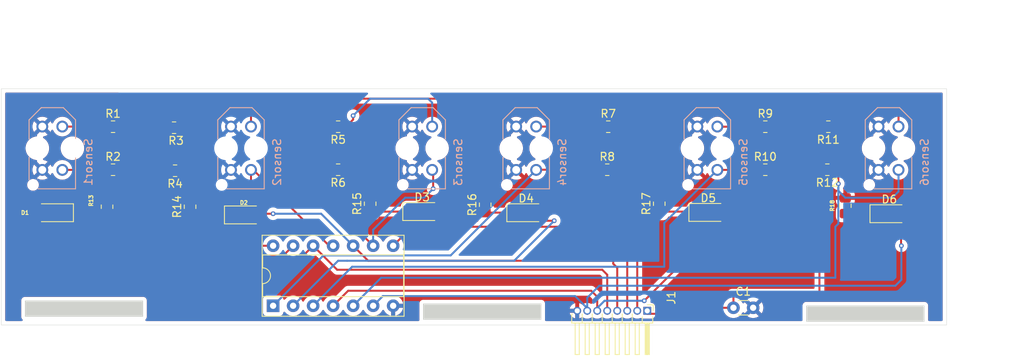
<source format=kicad_pcb>
(kicad_pcb (version 20240108) (generator "pcbnew") (generator_version "8.0")
  (layers (0 "F.Cu" signal) (31 "B.Cu" signal) (34 "B.Paste" user) (35 "F.Paste" user) (36 "B.SilkS" user "B.Silkscreen") (37 "F.SilkS" user "F.Silkscreen") (38 "B.Mask" user) (39 "F.Mask" user) (44 "Edge.Cuts" user))
  (net 0 "")
  (net 1 "vcc")
  (net 2 "GND")
  (net 3 "Net-(D1-K)")
  (net 4 "/Led_Sensor1")
  (net 5 "Net-(D2-K)")
  (net 6 "/Led_Sensor2")
  (net 7 "/Led_Sensor3")
  (net 8 "Net-(D3-K)")
  (net 9 "/Led_Sensor4")
  (net 10 "Net-(D4-K)")
  (net 11 "/Led_Sensor5")
  (net 12 "Net-(D5-K)")
  (net 13 "/Led_Sensor6")
  (net 14 "Net-(D6-K)")
  (net 15 "Net-(R1-Pad1)")
  (net 16 "/Sensor1")
  (net 17 "Net-(R3-Pad1)")
  (net 18 "/Sensor2")
  (net 19 "Net-(R5-Pad1)")
  (net 20 "/Sensor3")
  (net 21 "Net-(R7-Pad1)")
  (net 22 "/Sensor4")
  (net 23 "Net-(R9-Pad1)")
  (net 24 "/Sensor5")
  (net 25 "Net-(R11-Pad1)")
  (net 26 "/Sensor6")
  (footprint "Resistor_SMD:R_0805_2012Metric_Pad1.20x1.40mm_HandSolder" (layer "F.Cu") (at 145.161 38.227)
    (property "Reference" "R8" (at 0 -1.65 360) (layer "F.SilkS"))
    (property "Value" "10k")
    (pad "1" smd roundrect (at -1 0) (size 1.2 1.4) (layers "F.Cu" "F.Paste" "F.Mask") (roundrect_rratio 0.208333) (net 22 "/Sensor4"))
    (pad "2" smd roundrect (at 1 0) (size 1.2 1.4) (layers "F.Cu" "F.Paste" "F.Mask") (roundrect_rratio 0.208333) (net 1 "vcc"))
  )
  (footprint "Connector_PinHeader_1.27mm:PinHeader_1x08_P1.27mm_Horizontal" (layer "F.Cu") (at 150.241 56.134 -90)
    (property "Reference" "J1" (at -1.651 -3.048 90) (layer "F.SilkS"))
    (property "Value" "Conn_01x08_Pin")
    (pad "1" thru_hole rect (at 0 0 270) (size 1 1) (drill 0.65) (layers "*.Cu" "*.Mask") (net 1 "vcc"))
    (pad "2" thru_hole oval (at 0 1.27 270) (size 1 1) (drill 0.65) (layers "*.Cu" "*.Mask") (net 9 "/Led_Sensor4"))
    (pad "3" thru_hole oval (at 0 2.54 270) (size 1 1) (drill 0.65) (layers "*.Cu" "*.Mask") (net 7 "/Led_Sensor3"))
    (pad "4" thru_hole oval (at 0 3.81 270) (size 1 1) (drill 0.65) (layers "*.Cu" "*.Mask") (net 6 "/Led_Sensor2"))
    (pad "5" thru_hole oval (at 0 5.08 270) (size 1 1) (drill 0.65) (layers "*.Cu" "*.Mask") (net 4 "/Led_Sensor1"))
    (pad "6" thru_hole oval (at 0 6.35 270) (size 1 1) (drill 0.65) (layers "*.Cu" "*.Mask") (net 11 "/Led_Sensor5"))
    (pad "7" thru_hole oval (at 0 7.62 270) (size 1 1) (drill 0.65) (layers "*.Cu" "*.Mask") (net 13 "/Led_Sensor6"))
    (pad "8" thru_hole oval (at 0 8.89 270) (size 1 1) (drill 0.65) (layers "*.Cu" "*.Mask") (net 2 "GND"))
  )
  (footprint "Resistor_SMD:R_0805_2012Metric_Pad1.20x1.40mm_HandSolder" (layer "F.Cu") (at 115.062 42.545 90)
    (property "Reference" "R15" (at 0 -1.65 90) (layer "F.SilkS"))
    (property "Value" "1k")
    (pad "1" smd roundrect (at -1 0 90) (size 1.2 1.4) (layers "F.Cu" "F.Paste" "F.Mask") (roundrect_rratio 0.208333) (net 8 "Net-(D3-K)"))
    (pad "2" smd roundrect (at 1 0 90) (size 1.2 1.4) (layers "F.Cu" "F.Paste" "F.Mask") (roundrect_rratio 0.208333) (net 2 "GND"))
  )
  (footprint "Resistor_SMD:R_0805_2012Metric_Pad1.20x1.40mm_HandSolder" (layer "F.Cu") (at 145.288 32.766)
    (property "Reference" "R7" (at 0 -1.65 360) (layer "F.SilkS"))
    (property "Value" "10k")
    (pad "1" smd roundrect (at -1 0) (size 1.2 1.4) (layers "F.Cu" "F.Paste" "F.Mask") (roundrect_rratio 0.208333) (net 21 "Net-(R7-Pad1)"))
    (pad "2" smd roundrect (at 1 0) (size 1.2 1.4) (layers "F.Cu" "F.Paste" "F.Mask") (roundrect_rratio 0.208333) (net 1 "vcc"))
  )
  (footprint "LED_SMD:LED_1206_3216Metric_Pad1.42x1.75mm_HandSolder" (layer "F.Cu") (at 99.0235 43.963165)
    (property "Reference" "D2" (at 0 -1.545165 0) (layer "F.SilkS") (effects (font (size 0.5 0.5) (thickness 0.125))))
    (property "Value" "LED")
    (pad "1" smd roundrect (at -1.4875 0) (size 1.425 1.75) (layers "F.Cu" "F.Paste" "F.Mask") (roundrect_rratio 0.175439) (net 5 "Net-(D2-K)"))
    (pad "2" smd roundrect (at 1.4875 0) (size 1.425 1.75) (layers "F.Cu" "F.Paste" "F.Mask") (roundrect_rratio 0.175439) (net 6 "/Led_Sensor2"))
  )
  (footprint "Resistor_SMD:R_0805_2012Metric_Pad1.20x1.40mm_HandSolder" (layer "F.Cu") (at 175.387 42.799 90)
    (property "Reference" "R18" (at 0 -1.65 90) (layer "F.SilkS") (effects (font (size 0.5 0.5) (thickness 0.125))))
    (property "Value" "1k")
    (pad "1" smd roundrect (at -1 0 90) (size 1.2 1.4) (layers "F.Cu" "F.Paste" "F.Mask") (roundrect_rratio 0.208333) (net 14 "Net-(D6-K)"))
    (pad "2" smd roundrect (at 1 0 90) (size 1.2 1.4) (layers "F.Cu" "F.Paste" "F.Mask") (roundrect_rratio 0.208333) (net 2 "GND"))
  )
  (footprint "Resistor_SMD:R_0805_2012Metric_Pad1.20x1.40mm_HandSolder" (layer "F.Cu") (at 110.998 38.227 180)
    (property "Reference" "R6" (at 0 -1.65 180) (layer "F.SilkS"))
    (property "Value" "10k")
    (pad "1" smd roundrect (at -1 0 180) (size 1.2 1.4) (layers "F.Cu" "F.Paste" "F.Mask") (roundrect_rratio 0.208333) (net 20 "/Sensor3"))
    (pad "2" smd roundrect (at 1 0 180) (size 1.2 1.4) (layers "F.Cu" "F.Paste" "F.Mask") (roundrect_rratio 0.208333) (net 1 "vcc"))
  )
  (footprint "LED_SMD:LED_1206_3216Metric_Pad1.42x1.75mm_HandSolder" (layer "F.Cu") (at 121.666 43.539833)
    (property "Reference" "D3" (at 0 -1.82 0) (layer "F.SilkS"))
    (property "Value" "LED")
    (pad "1" smd roundrect (at -1.4875 0) (size 1.425 1.75) (layers "F.Cu" "F.Paste" "F.Mask") (roundrect_rratio 0.175439) (net 8 "Net-(D3-K)"))
    (pad "2" smd roundrect (at 1.4875 0) (size 1.425 1.75) (layers "F.Cu" "F.Paste" "F.Mask") (roundrect_rratio 0.175439) (net 7 "/Led_Sensor3"))
  )
  (footprint "LED_SMD:LED_1206_3216Metric_Pad1.42x1.75mm_HandSolder" (layer "F.Cu") (at 180.975 43.815)
    (property "Reference" "D6" (at 0 -1.82 360) (layer "F.SilkS"))
    (property "Value" "LED")
    (pad "1" smd roundrect (at -1.4875 0) (size 1.425 1.75) (layers "F.Cu" "F.Paste" "F.Mask") (roundrect_rratio 0.175439) (net 14 "Net-(D6-K)"))
    (pad "2" smd roundrect (at 1.4875 0) (size 1.425 1.75) (layers "F.Cu" "F.Paste" "F.Mask") (roundrect_rratio 0.175439) (net 13 "/Led_Sensor6"))
  )
  (footprint "Resistor_SMD:R_0805_2012Metric_Pad1.20x1.40mm_HandSolder" (layer "F.Cu") (at 81.661 42.926 90)
    (property "Reference" "R13" (at 0.762 -2.032 90) (layer "F.SilkS") (effects (font (size 0.5 0.5) (thickness 0.125))))
    (property "Value" "1k")
    (pad "1" smd roundrect (at -1 0 90) (size 1.2 1.4) (layers "F.Cu" "F.Paste" "F.Mask") (roundrect_rratio 0.208333) (net 3 "Net-(D1-K)"))
    (pad "2" smd roundrect (at 1 0 90) (size 1.2 1.4) (layers "F.Cu" "F.Paste" "F.Mask") (roundrect_rratio 0.208333) (net 2 "GND"))
  )
  (footprint "Resistor_SMD:R_0805_2012Metric_Pad1.20x1.40mm_HandSolder" (layer "F.Cu") (at 90.17 32.893 180)
    (property "Reference" "R3" (at -0.254 -1.651 180) (layer "F.SilkS"))
    (property "Value" "10k")
    (pad "1" smd roundrect (at -1 0 180) (size 1.2 1.4) (layers "F.Cu" "F.Paste" "F.Mask") (roundrect_rratio 0.208333) (net 17 "Net-(R3-Pad1)"))
    (pad "2" smd roundrect (at 1 0 180) (size 1.2 1.4) (layers "F.Cu" "F.Paste" "F.Mask") (roundrect_rratio 0.208333) (net 1 "vcc"))
  )
  (footprint "LED_SMD:LED_1206_3216Metric_Pad1.42x1.75mm_HandSolder" (layer "F.Cu") (at 134.874 43.688)
    (property "Reference" "D4" (at 0 -1.82 360) (layer "F.SilkS"))
    (property "Value" "LED")
    (pad "1" smd roundrect (at -1.4875 0) (size 1.425 1.75) (layers "F.Cu" "F.Paste" "F.Mask") (roundrect_rratio 0.175439) (net 10 "Net-(D4-K)"))
    (pad "2" smd roundrect (at 1.4875 0) (size 1.425 1.75) (layers "F.Cu" "F.Paste" "F.Mask") (roundrect_rratio 0.175439) (net 9 "/Led_Sensor4"))
  )
  (footprint "Resistor_SMD:R_0805_2012Metric_Pad1.20x1.40mm_HandSolder" (layer "F.Cu") (at 151.765 42.545 90)
    (property "Reference" "R17" (at 0 -1.65 90) (layer "F.SilkS"))
    (property "Value" "1k")
    (pad "1" smd roundrect (at -1 0 90) (size 1.2 1.4) (layers "F.Cu" "F.Paste" "F.Mask") (roundrect_rratio 0.208333) (net 12 "Net-(D5-K)"))
    (pad "2" smd roundrect (at 1 0 90) (size 1.2 1.4) (layers "F.Cu" "F.Paste" "F.Mask") (roundrect_rratio 0.208333) (net 2 "GND"))
  )
  (footprint "Resistor_SMD:R_0805_2012Metric_Pad1.20x1.40mm_HandSolder" (layer "F.Cu") (at 165.227 38.227)
    (property "Reference" "R10" (at 0 -1.65 360) (layer "F.SilkS"))
    (property "Value" "10k")
    (pad "1" smd roundrect (at -1 0) (size 1.2 1.4) (layers "F.Cu" "F.Paste" "F.Mask") (roundrect_rratio 0.208333) (net 24 "/Sensor5"))
    (pad "2" smd roundrect (at 1 0) (size 1.2 1.4) (layers "F.Cu" "F.Paste" "F.Mask") (roundrect_rratio 0.208333) (net 1 "vcc"))
  )
  (footprint "Resistor_SMD:R_0805_2012Metric_Pad1.20x1.40mm_HandSolder" (layer "F.Cu") (at 92.202 42.926 90)
    (property "Reference" "R14" (at 0 -1.65 90) (layer "F.SilkS"))
    (property "Value" "1k")
    (pad "1" smd roundrect (at -1 0 90) (size 1.2 1.4) (layers "F.Cu" "F.Paste" "F.Mask") (roundrect_rratio 0.208333) (net 5 "Net-(D2-K)"))
    (pad "2" smd roundrect (at 1 0 90) (size 1.2 1.4) (layers "F.Cu" "F.Paste" "F.Mask") (roundrect_rratio 0.208333) (net 2 "GND"))
  )
  (footprint "Resistor_SMD:R_0805_2012Metric_Pad1.20x1.40mm_HandSolder" (layer "F.Cu") (at 129.667 42.672 90)
    (property "Reference" "R16" (at 0 -1.65 90) (layer "F.SilkS"))
    (property "Value" "1k")
    (pad "1" smd roundrect (at -1 0 90) (size 1.2 1.4) (layers "F.Cu" "F.Paste" "F.Mask") (roundrect_rratio 0.208333) (net 10 "Net-(D4-K)"))
    (pad "2" smd roundrect (at 1 0 90) (size 1.2 1.4) (layers "F.Cu" "F.Paste" "F.Mask") (roundrect_rratio 0.208333) (net 2 "GND"))
  )
  (footprint "Resistor_SMD:R_0805_2012Metric_Pad1.20x1.40mm_HandSolder" (layer "F.Cu") (at 82.423 38.227)
    (property "Reference" "R2" (at 0 -1.65 0) (layer "F.SilkS"))
    (property "Value" "10k")
    (pad "1" smd roundrect (at -1 0) (size 1.2 1.4) (layers "F.Cu" "F.Paste" "F.Mask") (roundrect_rratio 0.208333) (net 16 "/Sensor1"))
    (pad "2" smd roundrect (at 1 0) (size 1.2 1.4) (layers "F.Cu" "F.Paste" "F.Mask") (roundrect_rratio 0.208333) (net 1 "vcc"))
  )
  (footprint "Resistor_SMD:R_0805_2012Metric_Pad1.20x1.40mm_HandSolder" (layer "F.Cu") (at 110.998 32.766 180)
    (property "Reference" "R5" (at 0 -1.65 0) (layer "F.SilkS"))
    (property "Value" "10k")
    (pad "1" smd roundrect (at -1 0 180) (size 1.2 1.4) (layers "F.Cu" "F.Paste" "F.Mask") (roundrect_rratio 0.208333) (net 19 "Net-(R5-Pad1)"))
    (pad "2" smd roundrect (at 1 0 180) (size 1.2 1.4) (layers "F.Cu" "F.Paste" "F.Mask") (roundrect_rratio 0.208333) (net 1 "vcc"))
  )
  (footprint "Resistor_SMD:R_0805_2012Metric_Pad1.20x1.40mm_HandSolder" (layer "F.Cu") (at 90.297 38.354 180)
    (property "Reference" "R4" (at 0 -1.65 180) (layer "F.SilkS"))
    (property "Value" "10k")
    (pad "1" smd roundrect (at -1 0 180) (size 1.2 1.4) (layers "F.Cu" "F.Paste" "F.Mask") (roundrect_rratio 0.208333) (net 18 "/Sensor2"))
    (pad "2" smd roundrect (at 1 0 180) (size 1.2 1.4) (layers "F.Cu" "F.Paste" "F.Mask") (roundrect_rratio 0.208333) (net 1 "vcc"))
  )
  (footprint "Package_DIP:DIP-14_W7.62mm_Socket" (layer "F.Cu") (at 102.743 55.499 90)
    (property "Reference" "U1" (hide yes))
    (property "Value" "74HC14DR2G")
    (pad "1" thru_hole rect (at 0 0 90) (size 1.6 1.6) (drill 0.8) (layers "*.Cu" "*.Mask") (net 22 "/Sensor4"))
    (pad "2" thru_hole oval (at 0 2.54 90) (size 1.6 1.6) (drill 0.8) (layers "*.Cu" "*.Mask") (net 9 "/Led_Sensor4"))
    (pad "3" thru_hole oval (at 0 5.08 90) (size 1.6 1.6) (drill 0.8) (layers "*.Cu" "*.Mask") (net 24 "/Sensor5"))
    (pad "4" thru_hole oval (at 0 7.62 90) (size 1.6 1.6) (drill 0.8) (layers "*.Cu" "*.Mask") (net 11 "/Led_Sensor5"))
    (pad "5" thru_hole oval (at 0 10.16 90) (size 1.6 1.6) (drill 0.8) (layers "*.Cu" "*.Mask") (net 26 "/Sensor6"))
    (pad "6" thru_hole oval (at 0 12.7 90) (size 1.6 1.6) (drill 0.8) (layers "*.Cu" "*.Mask") (net 13 "/Led_Sensor6"))
    (pad "7" thru_hole oval (at 0 15.24 90) (size 1.6 1.6) (drill 0.8) (layers "*.Cu" "*.Mask") (net 2 "GND"))
    (pad "8" thru_hole oval (at 7.62 15.24 90) (size 1.6 1.6) (drill 0.8) (layers "*.Cu" "*.Mask") (net 7 "/Led_Sensor3"))
    (pad "9" thru_hole oval (at 7.62 12.7 90) (size 1.6 1.6) (drill 0.8) (layers "*.Cu" "*.Mask") (net 20 "/Sensor3"))
    (pad "10" thru_hole oval (at 7.62 10.16 90) (size 1.6 1.6) (drill 0.8) (layers "*.Cu" "*.Mask") (net 6 "/Led_Sensor2"))
    (pad "11" thru_hole oval (at 7.62 7.62 90) (size 1.6 1.6) (drill 0.8) (layers "*.Cu" "*.Mask") (net 18 "/Sensor2"))
    (pad "12" thru_hole oval (at 7.62 5.08 90) (size 1.6 1.6) (drill 0.8) (layers "*.Cu" "*.Mask") (net 4 "/Led_Sensor1"))
    (pad "13" thru_hole oval (at 7.62 2.54 90) (size 1.6 1.6) (drill 0.8) (layers "*.Cu" "*.Mask") (net 16 "/Sensor1"))
    (pad "14" thru_hole oval (at 7.62 0 90) (size 1.6 1.6) (drill 0.8) (layers "*.Cu" "*.Mask") (net 1 "vcc"))
  )
  (footprint "Capacitor_THT:C_Disc_D3.0mm_W1.6mm_P2.50mm" (layer "F.Cu") (at 161.183 55.753)
    (property "Reference" "C1" (at 1.25 -2.05 360) (layer "F.SilkS"))
    (property "Value" "C")
    (pad "1" thru_hole circle (at 0 0) (size 1.6 1.6) (drill 0.8) (layers "*.Cu" "*.Mask") (net 1 "vcc"))
    (pad "2" thru_hole circle (at 2.5 0) (size 1.6 1.6) (drill 0.8) (layers "*.Cu" "*.Mask") (net 2 "GND"))
  )
  (footprint "Resistor_SMD:R_0805_2012Metric_Pad1.20x1.40mm_HandSolder" (layer "F.Cu") (at 82.423 32.766)
    (property "Reference" "R1" (at 0 -1.65 0) (layer "F.SilkS"))
    (property "Value" "10k")
    (pad "1" smd roundrect (at -1 0) (size 1.2 1.4) (layers "F.Cu" "F.Paste" "F.Mask") (roundrect_rratio 0.208333) (net 15 "Net-(R1-Pad1)"))
    (pad "2" smd roundrect (at 1 0) (size 1.2 1.4) (layers "F.Cu" "F.Paste" "F.Mask") (roundrect_rratio 0.208333) (net 1 "vcc"))
  )
  (footprint "LED_SMD:LED_1206_3216Metric_Pad1.42x1.75mm_HandSolder" (layer "F.Cu") (at 157.988 43.645666)
    (property "Reference" "D5" (at 0 -1.82 360) (layer "F.SilkS"))
    (property "Value" "LED")
    (pad "1" smd roundrect (at -1.4875 0) (size 1.425 1.75) (layers "F.Cu" "F.Paste" "F.Mask") (roundrect_rratio 0.175439) (net 12 "Net-(D5-K)"))
    (pad "2" smd roundrect (at 1.4875 0) (size 1.425 1.75) (layers "F.Cu" "F.Paste" "F.Mask") (roundrect_rratio 0.175439) (net 11 "/Led_Sensor5"))
  )
  (footprint "Resistor_SMD:R_0805_2012Metric_Pad1.20x1.40mm_HandSolder" (layer "F.Cu") (at 165.227 32.766)
    (property "Reference" "R9" (at 0 -1.65 360) (layer "F.SilkS"))
    (property "Value" "10k")
    (pad "1" smd roundrect (at -1 0) (size 1.2 1.4) (layers "F.Cu" "F.Paste" "F.Mask") (roundrect_rratio 0.208333) (net 23 "Net-(R9-Pad1)"))
    (pad "2" smd roundrect (at 1 0) (size 1.2 1.4) (layers "F.Cu" "F.Paste" "F.Mask") (roundrect_rratio 0.208333) (net 1 "vcc"))
  )
  (footprint "LED_SMD:LED_1206_3216Metric_Pad1.42x1.75mm_HandSolder" (layer "F.Cu") (at 74.93 43.688 180)
    (property "Reference" "D1" (at 3.683 0 360) (layer "F.SilkS") (effects (font (size 0.5 0.5) (thickness 0.125))))
    (property "Value" "LED")
    (pad "1" smd roundrect (at -1.4875 0 180) (size 1.425 1.75) (layers "F.Cu" "F.Paste" "F.Mask") (roundrect_rratio 0.175439) (net 3 "Net-(D1-K)"))
    (pad "2" smd roundrect (at 1.4875 0 180) (size 1.425 1.75) (layers "F.Cu" "F.Paste" "F.Mask") (roundrect_rratio 0.175439) (net 4 "/Led_Sensor1"))
  )
  (footprint "Resistor_SMD:R_0805_2012Metric_Pad1.20x1.40mm_HandSolder" (layer "F.Cu") (at 173.101 38.227 180)
    (property "Reference" "R12" (at 0 -1.65 0) (layer "F.SilkS"))
    (property "Value" "10k")
    (pad "1" smd roundrect (at -1 0 180) (size 1.2 1.4) (layers "F.Cu" "F.Paste" "F.Mask") (roundrect_rratio 0.208333) (net 26 "/Sensor6"))
    (pad "2" smd roundrect (at 1 0 180) (size 1.2 1.4) (layers "F.Cu" "F.Paste" "F.Mask") (roundrect_rratio 0.208333) (net 1 "vcc"))
  )
  (footprint "Resistor_SMD:R_0805_2012Metric_Pad1.20x1.40mm_HandSolder" (layer "F.Cu") (at 173.228 32.766 180)
    (property "Reference" "R11" (at 0 -1.65 180) (layer "F.SilkS"))
    (property "Value" "10k")
    (pad "1" smd roundrect (at -1 0 180) (size 1.2 1.4) (layers "F.Cu" "F.Paste" "F.Mask") (roundrect_rratio 0.208333) (net 25 "Net-(R11-Pad1)"))
    (pad "2" smd roundrect (at 1 0 180) (size 1.2 1.4) (layers "F.Cu" "F.Paste" "F.Mask") (roundrect_rratio 0.208333) (net 1 "vcc"))
  )
  (footprint "TCRT5000:OPTO_TCRT5000" (layer "B.Cu") (at 121.666 35.5 90)
    (property "Reference" "Sensor3" (at -1.76355 4.57476 90) (layer "B.SilkS") (effects (font (size 1.004126 1.004126)) (justify mirror)))
    (property "Value" "TCRT5000")
    (pad "" np_thru_hole circle (at -4.65 -2.45 90) (size 1 1) (drill 1) (layers "*.Cu" "*.Mask"))
    (pad "" np_thru_hole circle (at 0 -1.9 90) (size 2.5 2.5) (drill 2.5) (layers "*.Cu" "*.Mask"))
    (pad "" np_thru_hole circle (at 0 1.9 90) (size 2.5 2.5) (drill 2.5) (layers "*.Cu" "*.Mask"))
    (pad "A" thru_hole circle (at 2.75 1.27 90) (size 1.5 1.5) (drill 1) (layers "*.Cu" "*.Mask") (net 19 "Net-(R5-Pad1)"))
    (pad "CATH" thru_hole circle (at 2.75 -1.27 90) (size 1.5 1.5) (drill 1) (layers "*.Cu" "*.Mask") (net 2 "GND"))
    (pad "COLL" thru_hole circle (at -2.75 1.27 90) (size 1.5 1.5) (drill 1) (layers "*.Cu" "*.Mask") (net 20 "/Sensor3"))
    (pad "E" thru_hole circle (at -2.75 -1.27 90) (size 1.5 1.5) (drill 1) (layers "*.Cu" "*.Mask") (net 2 "GND"))
  )
  (footprint "TCRT5000:OPTO_TCRT5000" (layer "B.Cu") (at 98.666 35.5 90)
    (property "Reference" "Sensor2" (at -1.76355 4.57476 90) (layer "B.SilkS") (effects (font (size 1.004126 1.004126)) (justify mirror)))
    (property "Value" "TCRT5000")
    (pad "" np_thru_hole circle (at -4.65 -2.45 90) (size 1 1) (drill 1) (layers "*.Cu" "*.Mask"))
    (pad "" np_thru_hole circle (at 0 -1.9 90) (size 2.5 2.5) (drill 2.5) (layers "*.Cu" "*.Mask"))
    (pad "" np_thru_hole circle (at 0 1.9 90) (size 2.5 2.5) (drill 2.5) (layers "*.Cu" "*.Mask"))
    (pad "A" thru_hole circle (at 2.75 1.27 90) (size 1.5 1.5) (drill 1) (layers "*.Cu" "*.Mask") (net 17 "Net-(R3-Pad1)"))
    (pad "CATH" thru_hole circle (at 2.75 -1.27 90) (size 1.5 1.5) (drill 1) (layers "*.Cu" "*.Mask") (net 2 "GND"))
    (pad "COLL" thru_hole circle (at -2.75 1.27 90) (size 1.5 1.5) (drill 1) (layers "*.Cu" "*.Mask") (net 18 "/Sensor2"))
    (pad "E" thru_hole circle (at -2.75 -1.27 90) (size 1.5 1.5) (drill 1) (layers "*.Cu" "*.Mask") (net 2 "GND"))
  )
  (footprint "TCRT5000:OPTO_TCRT5000" (layer "B.Cu") (at 180.87 35.5 90)
    (property "Reference" "Sensor6" (at -1.76355 4.57476 90) (layer "B.SilkS") (effects (font (size 1.004126 1.004126)) (justify mirror)))
    (property "Value" "TCRT5000")
    (pad "" np_thru_hole circle (at -4.65 -2.45 90) (size 1 1) (drill 1) (layers "*.Cu" "*.Mask"))
    (pad "" np_thru_hole circle (at 0 -1.9 90) (size 2.5 2.5) (drill 2.5) (layers "*.Cu" "*.Mask"))
    (pad "" np_thru_hole circle (at 0 1.9 90) (size 2.5 2.5) (drill 2.5) (layers "*.Cu" "*.Mask"))
    (pad "A" thru_hole circle (at 2.75 1.27 90) (size 1.5 1.5) (drill 1) (layers "*.Cu" "*.Mask") (net 25 "Net-(R11-Pad1)"))
    (pad "CATH" thru_hole circle (at 2.75 -1.27 90) (size 1.5 1.5) (drill 1) (layers "*.Cu" "*.Mask") (net 2 "GND"))
    (pad "COLL" thru_hole circle (at -2.75 1.27 90) (size 1.5 1.5) (drill 1) (layers "*.Cu" "*.Mask") (net 26 "/Sensor6"))
    (pad "E" thru_hole circle (at -2.75 -1.27 90) (size 1.5 1.5) (drill 1) (layers "*.Cu" "*.Mask") (net 2 "GND"))
  )
  (footprint "TCRT5000:OPTO_TCRT5000" (layer "B.Cu") (at 157.87 35.5 90)
    (property "Reference" "Sensor5" (at -1.76355 4.57476 90) (layer "B.SilkS") (effects (font (size 1.004126 1.004126)) (justify mirror)))
    (property "Value" "TCRT5000")
    (pad "" np_thru_hole circle (at -4.65 -2.45 90) (size 1 1) (drill 1) (layers "*.Cu" "*.Mask"))
    (pad "" np_thru_hole circle (at 0 -1.9 90) (size 2.5 2.5) (drill 2.5) (layers "*.Cu" "*.Mask"))
    (pad "" np_thru_hole circle (at 0 1.9 90) (size 2.5 2.5) (drill 2.5) (layers "*.Cu" "*.Mask"))
    (pad "A" thru_hole circle (at 2.75 1.27 90) (size 1.5 1.5) (drill 1) (layers "*.Cu" "*.Mask") (net 23 "Net-(R9-Pad1)"))
    (pad "CATH" thru_hole circle (at 2.75 -1.27 90) (size 1.5 1.5) (drill 1) (layers "*.Cu" "*.Mask") (net 2 "GND"))
    (pad "COLL" thru_hole circle (at -2.75 1.27 90) (size 1.5 1.5) (drill 1) (layers "*.Cu" "*.Mask") (net 24 "/Sensor5"))
    (pad "E" thru_hole circle (at -2.75 -1.27 90) (size 1.5 1.5) (drill 1) (layers "*.Cu" "*.Mask") (net 2 "GND"))
  )
  (footprint "TCRT5000:OPTO_TCRT5000" (layer "B.Cu") (at 74.713 35.5 90)
    (property "Reference" "Sensor1" (at -1.76355 4.57476 90) (layer "B.SilkS") (effects (font (size 1.004126 1.004126)) (justify mirror)))
    (property "Value" "TCRT5000")
    (pad "" np_thru_hole circle (at -4.65 -2.45 90) (size 1 1) (drill 1) (layers "*.Cu" "*.Mask"))
    (pad "" np_thru_hole circle (at 0 -1.9 90) (size 2.5 2.5) (drill 2.5) (layers "*.Cu" "*.Mask"))
    (pad "" np_thru_hole circle (at 0 2.55 90) (size 2.5 2.5) (drill 2.5) (layers "F&B.Cu" "*.Mask"))
    (pad "A" thru_hole circle (at 2.75 1.27 90) (size 1.5 1.5) (drill 1) (layers "*.Cu" "*.Mask") (net 15 "Net-(R1-Pad1)"))
    (pad "CATH" thru_hole circle (at 2.75 -1.27 90) (size 1.5 1.5) (drill 1) (layers "*.Cu" "*.Mask") (net 2 "GND"))
    (pad "COLL" thru_hole circle (at -2.75 1.27 90) (size 1.5 1.5) (drill 1) (layers "*.Cu" "*.Mask") (net 16 "/Sensor1"))
    (pad "E" thru_hole circle (at -2.75 -1.27 90) (size 1.5 1.5) (drill 1) (layers "*.Cu" "*.Mask") (net 2 "GND"))
  )
  (footprint "TCRT5000:OPTO_TCRT5000" (layer "B.Cu") (at 134.87 35.5 90)
    (property "Reference" "Sensor4" (at -1.76355 4.57476 90) (layer "B.SilkS") (effects (font (size 1.004126 1.004126)) (justify mirror)))
    (property "Value" "TCRT5000")
    (pad "" np_thru_hole circle (at -4.65 -2.45 90) (size 1 1) (drill 1) (layers "*.Cu" "*.Mask"))
    (pad "" np_thru_hole circle (at 0 -1.9 90) (size 2.5 2.5) (drill 2.5) (layers "*.Cu" "*.Mask"))
    (pad "" np_thru_hole circle (at 0 1.9 90) (size 2.5 2.5) (drill 2.5) (layers "*.Cu" "*.Mask"))
    (pad "A" thru_hole circle (at 2.75 1.27 90) (size 1.5 1.5) (drill 1) (layers "*.Cu" "*.Mask") (net 21 "Net-(R7-Pad1)"))
    (pad "CATH" thru_hole circle (at 2.75 -1.27 90) (size 1.5 1.5) (drill 1) (layers "*.Cu" "*.Mask") (net 2 "GND"))
    (pad "COLL" thru_hole circle (at -2.75 1.27 90) (size 1.5 1.5) (drill 1) (layers "*.Cu" "*.Mask") (net 22 "/Sensor4"))
    (pad "E" thru_hole circle (at -2.75 -1.27 90) (size 1.5 1.5) (drill 1) (layers "*.Cu" "*.Mask") (net 2 "GND"))
  )
  (gr_rect (start 68.24 27.94) (end 188.24 57.94) (stroke (width 0.05)) (fill none) (layer "Edge.Cuts"))
  (gr_rect (start 170.4485 55.499) (end 185.4055 57.499) (stroke (width 0.05)) (fill solid) (layer "Edge.Cuts"))
  (gr_rect (start 71.2615 54.864) (end 86.2185 56.864) (stroke (width 0.05)) (fill solid) (layer "Edge.Cuts"))
  (gr_rect (start 121.8075 55.245) (end 136.7645 57.245) (stroke (width 0.05)) (fill solid) (layer "Edge.Cuts"))
  (segment (start 147.066 29.21) (end 147.955 29.21) (width 0.25) (layer "F.Cu") (net 1))
  (segment (start 106.426 32.766) (end 106.426 29.337) (width 0.25) (layer "F.Cu") (net 1))
  (segment (start 104.648 29.21) (end 106.553 29.21) (width 0.25) (layer "F.Cu") (net 1))
  (segment (start 106.426 29.337) (end 106.553 29.21) (width 0.25) (layer "F.Cu") (net 1))
  (segment (start 172.101 53.975) (end 172.101 38.227) (width 0.25) (layer "F.Cu") (net 1))
  (segment (start 93.075 47.879) (end 83.423 38.227) (width 0.25) (layer "F.Cu") (net 1))
  (segment (start 166.37 29.21) (end 167.005 29.21) (width 0.25) (layer "F.Cu") (net 1))
  (segment (start 83.423 32.766) (end 83.423 29.226) (width 0.25) (layer "F.Cu") (net 1))
  (segment (start 102.743 47.879) (end 93.075 47.879) (width 0.25) (layer "F.Cu") (net 1))
  (segment (start 83.439 29.21) (end 85.09 29.21) (width 0.25) (layer "F.Cu") (net 1))
  (segment (start 149.479 29.21) (end 166.37 29.21) (width 0.25) (layer "F.Cu") (net 1))
  (segment (start 86.487 29.21) (end 89.281 29.21) (width 0.25) (layer "F.Cu") (net 1))
  (segment (start 161.183 54.122) (end 161.183 55.753) (width 0.25) (layer "F.Cu") (net 1))
  (segment (start 166.227 32.766) (end 166.227 29.353) (width 0.25) (layer "F.Cu") (net 1))
  (segment (start 147.955 29.21) (end 149.479 29.21) (width 0.25) (layer "F.Cu") (net 1))
  (segment (start 166.227 38.227) (end 166.227 32.766) (width 0.25) (layer "F.Cu") (net 1))
  (segment (start 158.75 55.753) (end 161.183 55.753) (width 0.25) (layer "F.Cu") (net 1))
  (segment (start 145.923 29.21) (end 147.066 29.21) (width 0.25) (layer "F.Cu") (net 1))
  (segment (start 106.553 29.21) (end 145.923 29.21) (width 0.25) (layer "F.Cu") (net 1))
  (segment (start 83.423 29.226) (end 83.439 29.21) (width 0.25) (layer "F.Cu") (net 1))
  (segment (start 172.228 32.766) (end 172.228 29.607) (width 0.25) (layer "F.Cu") (net 1))
  (segment (start 167.005 29.21) (end 168.021 29.21) (width 0.25) (layer "F.Cu") (net 1))
  (segment (start 89.297 33.02) (end 89.17 32.893) (width 0.25) (layer "F.Cu") (net 1))
  (segment (start 109.998 32.766) (end 106.426 32.766) (width 0.25) (layer "F.Cu") (net 1))
  (segment (start 146.161 38.227) (end 146.161 32.893) (width 0.25) (layer "F.Cu") (net 1))
  (segment (start 172.228 29.607) (end 171.831 29.21) (width 0.25) (layer "F.Cu") (net 1))
  (segment (start 172.228 32.766) (end 172.228 38.1) (width 0.25) (layer "F.Cu") (net 1))
  (segment (start 89.281 29.21) (end 90.043 29.21) (width 0.25) (layer "F.Cu") (net 1))
  (segment (start 89.17 29.321) (end 89.281 29.21) (width 0.25) (layer "F.Cu") (net 1))
  (segment (start 157.988 56.515) (end 158.75 55.753) (width 0.25) (layer "F.Cu") (net 1))
  (segment (start 90.043 29.21) (end 104.648 29.21) (width 0.25) (layer "F.Cu") (net 1))
  (segment (start 146.288 30.877) (end 147.955 29.21) (width 0.25) (layer "F.Cu") (net 1))
  (segment (start 166.227 29.353) (end 166.37 29.21) (width 0.25) (layer "F.Cu") (net 1))
  (segment (start 83.423 38.227) (end 83.423 32.766) (width 0.25) (layer "F.Cu") (net 1))
  (segment (start 146.288 32.766) (end 146.288 30.877) (width 0.25) (layer "F.Cu") (net 1))
  (segment (start 85.09 29.21) (end 86.487 29.21) (width 0.25) (layer "F.Cu") (net 1))
  (segment (start 89.297 38.354) (end 89.297 33.02) (width 0.25) (layer "F.Cu") (net 1))
  (segment (start 146.161 32.893) (end 146.288 32.766) (width 0.25) (layer "F.Cu") (net 1))
  (segment (start 161.036 53.975) (end 172.101 53.975) (width 0.25) (layer "F.Cu") (net 1))
  (segment (start 168.021 29.21) (end 171.069 29.21) (width 0.25) (layer "F.Cu") (net 1))
  (segment (start 171.069 29.21) (end 171.831 29.21) (width 0.25) (layer "F.Cu") (net 1))
  (segment (start 109.998 38.227) (end 109.998 32.766) (width 0.25) (layer "F.Cu") (net 1))
  (segment (start 89.17 32.893) (end 89.17 29.321) (width 0.25) (layer "F.Cu") (net 1))
  (segment (start 172.228 38.1) (end 172.101 38.227) (width 0.25) (layer "F.Cu") (net 1))
  (segment (start 150.241 56.515) (end 157.988 56.515) (width 0.25) (layer "F.Cu") (net 1))
  (segment (start 83.423 38.227) (end 83.566 38.227) (width 0.25) (layer "F.Cu") (net 1))
  (segment (start 141.224 56.388) (end 141.351 56.515) (width 0.25) (layer "F.Cu") (net 2))
  (segment (start 81.423 43.688) (end 81.661 43.926) (width 0.25) (layer "F.Cu") (net 3))
  (segment (start 76.4175 43.688) (end 81.423 43.688) (width 0.25) (layer "F.Cu") (net 3))
  (segment (start 73.4425 47.4075) (end 73.4425 43.688) (width 0.25) (layer "F.Cu") (net 4))
  (segment (start 76.454 50.419) (end 73.4425 47.4075) (width 0.25) (layer "F.Cu") (net 4))
  (segment (start 107.823 47.879) (end 105.283 50.419) (width 0.25) (layer "F.Cu") (net 4))
  (segment (start 144.526 50.927) (end 145.161 51.562) (width 0.25) (layer "F.Cu") (net 4))
  (segment (start 110.871 50.927) (end 144.526 50.927) (width 0.25) (layer "F.Cu") (net 4))
  (segment (start 105.283 50.419) (end 76.454 50.419) (width 0.25) (layer "F.Cu") (net 4))
  (segment (start 145.161 51.562) (end 145.161 56.515) (width 0.25) (layer "F.Cu") (net 4))
  (segment (start 107.823 47.879) (end 110.871 50.927) (width 0.25) (layer "F.Cu") (net 4))
  (segment (start 97.498835 43.926) (end 97.536 43.963165) (width 0.25) (layer "F.Cu") (net 5))
  (segment (start 92.202 43.926) (end 97.498835 43.926) (width 0.25) (layer "F.Cu") (net 5))
  (segment (start 112.903 47.879) (end 114.808 49.784) (width 0.25) (layer "F.Cu") (net 6))
  (segment (start 145.923 50.165) (end 146.431 50.673) (width 0.25) (layer "F.Cu") (net 6))
  (segment (start 114.808 49.784) (end 145.923 49.784) (width 0.25) (layer "F.Cu") (net 6))
  (segment (start 145.923 49.784) (end 145.923 50.165) (width 0.25) (layer "F.Cu") (net 6))
  (segment (start 146.431 50.673) (end 146.431 56.515) (width 0.25) (layer "F.Cu") (net 6))
  (segment (start 100.659165 43.815) (end 100.511 43.963165) (width 0.25) (layer "F.Cu") (net 6))
  (segment (start 102.743 43.815) (end 100.659165 43.815) (width 0.25) (layer "F.Cu") (net 6))
  (via (at 102.743 43.815) (size 0.6) (drill 0.3) (layers "F.Cu" "B.Cu") (net 6))
  (segment (start 108.839 43.815) (end 102.743 43.815) (width 0.25) (layer "B.Cu") (net 6))
  (segment (start 112.903 47.879) (end 108.839 43.815) (width 0.25) (layer "B.Cu") (net 6))
  (segment (start 123.1535 43.539833) (end 125.079667 45.466) (width 0.25) (layer "F.Cu") (net 7))
  (segment (start 120.015 45.847) (end 123.1535 45.847) (width 0.25) (layer "F.Cu") (net 7))
  (segment (start 117.983 47.879) (end 120.015 45.847) (width 0.25) (layer "F.Cu") (net 7))
  (segment (start 123.1535 45.847) (end 123.1535 43.539833) (width 0.25) (layer "F.Cu") (net 7))
  (segment (start 146.177 45.466) (end 147.828 47.117) (width 0.25) (layer "F.Cu") (net 7))
  (segment (start 147.701 47.244) (end 147.701 56.515) (width 0.25) (layer "F.Cu") (net 7))
  (segment (start 147.828 47.117) (end 147.701 47.244) (width 0.25) (layer "F.Cu") (net 7))
  (segment (start 125.079667 45.466) (end 146.177 45.466) (width 0.25) (layer "F.Cu") (net 7))
  (segment (start 115.062 43.545) (end 120.173333 43.545) (width 0.25) (layer "F.Cu") (net 8))
  (segment (start 120.173333 43.545) (end 120.1785 43.539833) (width 0.25) (layer "F.Cu") (net 8))
  (segment (start 148.971 46.228) (end 148.971 56.515) (width 0.25) (layer "F.Cu") (net 9))
  (segment (start 136.3615 43.688) (end 146.431 43.688) (width 0.25) (layer "F.Cu") (net 9))
  (segment (start 146.431 43.688) (end 148.971 46.228) (width 0.25) (layer "F.Cu") (net 9))
  (segment (start 138.43 44.704) (end 137.3775 44.704) (width 0.25) (layer "F.Cu") (net 9))
  (segment (start 137.3775 44.704) (end 136.3615 43.688) (width 0.25) (layer "F.Cu") (net 9))
  (via (at 138.43 44.704) (size 0.6) (drill 0.3) (layers "F.Cu" "B.Cu") (net 9))
  (segment (start 133.35 49.784) (end 138.43 44.704) (width 0.25) (layer "B.Cu") (net 9))
  (segment (start 112.141 49.784) (end 133.35 49.784) (width 0.25) (layer "B.Cu") (net 9))
  (segment (start 105.283 55.499) (end 110.998 49.784) (width 0.25) (layer "B.Cu") (net 9))
  (segment (start 110.998 49.784) (end 112.141 49.784) (width 0.25) (layer "B.Cu") (net 9))
  (segment (start 129.667 43.672) (end 133.3705 43.672) (width 0.25) (layer "F.Cu") (net 10))
  (segment (start 133.3705 43.672) (end 133.3865 43.688) (width 0.25) (layer "F.Cu") (net 10))
  (segment (start 159.4755 45.2485) (end 149.86 54.864) (width 0.25) (layer "F.Cu") (net 11))
  (segment (start 159.4755 43.645666) (end 159.4755 45.2485) (width 0.25) (layer "F.Cu") (net 11))
  (segment (start 143.129 53.594) (end 143.891 54.356) (width 0.25) (layer "F.Cu") (net 11))
  (segment (start 143.891 54.356) (end 143.891 56.515) (width 0.25) (layer "F.Cu") (net 11))
  (segment (start 110.363 55.499) (end 112.268 53.594) (width 0.25) (layer "F.Cu") (net 11))
  (segment (start 112.268 53.594) (end 143.129 53.594) (width 0.25) (layer "F.Cu") (net 11))
  (via (at 149.86 54.864) (size 0.6) (drill 0.3) (layers "F.Cu" "B.Cu") (net 11))
  (segment (start 149.86 54.864) (end 144.813852 54.864) (width 0.25) (layer "B.Cu") (net 11))
  (segment (start 143.891 55.786852) (end 143.891 56.515) (width 0.25) (layer "B.Cu") (net 11))
  (segment (start 144.813852 54.864) (end 143.891 55.786852) (width 0.25) (layer "B.Cu") (net 11))
  (segment (start 156.399834 43.545) (end 156.5005 43.645666) (width 0.25) (layer "F.Cu") (net 12))
  (segment (start 151.765 43.545) (end 156.399834 43.545) (width 0.25) (layer "F.Cu") (net 12))
  (segment (start 182.499 47.879) (end 182.4625 47.8425) (width 0.25) (layer "F.Cu") (net 13))
  (segment (start 142.621 55.807894) (end 142.621 56.515) (width 0.25) (layer "F.Cu") (net 13))
  (segment (start 182.4625 47.8425) (end 182.4625 43.815) (width 0.25) (layer "F.Cu") (net 13))
  (via (at 182.499 47.879) (size 0.6) (drill 0.3) (layers "F.Cu" "B.Cu") (net 13))
  (segment (start 181.737 52.959) (end 144.145 52.959) (width 0.25) (layer "B.Cu") (net 13))
  (segment (start 182.499 47.879) (end 182.499 52.197) (width 0.25) (layer "B.Cu") (net 13))
  (segment (start 141.087106 54.274) (end 116.668 54.274) (width 0.25) (layer "B.Cu") (net 13))
  (segment (start 142.621 55.807894) (end 141.087106 54.274) (width 0.25) (layer "B.Cu") (net 13))
  (segment (start 182.499 52.197) (end 181.737 52.959) (width 0.25) (layer "B.Cu") (net 13))
  (segment (start 116.668 54.274) (end 115.443 55.499) (width 0.25) (layer "B.Cu") (net 13))
  (segment (start 144.145 52.959) (end 142.621 54.483) (width 0.25) (layer "B.Cu") (net 13))
  (segment (start 142.621 54.483) (end 142.621 56.515) (width 0.25) (layer "B.Cu") (net 13))
  (segment (start 142.621 56.515) (end 142.621 55.807894) (width 0.25) (layer "B.Cu") (net 13))
  (segment (start 175.387 43.799) (end 179.4715 43.799) (width 0.25) (layer "F.Cu") (net 14))
  (segment (start 179.4715 43.799) (end 179.4875 43.815) (width 0.25) (layer "F.Cu") (net 14))
  (segment (start 81.407 32.75) (end 81.423 32.766) (width 0.25) (layer "F.Cu") (net 15))
  (segment (start 75.983 32.75) (end 81.407 32.75) (width 0.25) (layer "F.Cu") (net 15))
  (segment (start 87.884 44.449522) (end 81.661478 38.227) (width 0.25) (layer "F.Cu") (net 16))
  (segment (start 81.423 38.878) (end 81.423 38.227) (width 0.25) (layer "F.Cu") (net 16))
  (segment (start 105.283 47.879) (end 104.058 49.104) (width 0.25) (layer "F.Cu") (net 16))
  (segment (start 87.884 47.371) (end 87.884 44.449522) (width 0.25) (layer "F.Cu") (net 16))
  (segment (start 81.661478 38.227) (end 81.423 38.227) (width 0.25) (layer "F.Cu") (net 16))
  (segment (start 89.617 49.104) (end 87.884 47.371) (width 0.25) (layer "F.Cu") (net 16))
  (segment (start 75.983 38.25) (end 81.4 38.25) (width 0.25) (layer "F.Cu") (net 16))
  (segment (start 104.058 49.104) (end 89.617 49.104) (width 0.25) (layer "F.Cu") (net 16))
  (segment (start 81.4 38.25) (end 81.423 38.227) (width 0.25) (layer "F.Cu") (net 16))
  (segment (start 99.822 30.861) (end 99.936 30.975) (width 0.25) (layer "F.Cu") (net 17))
  (segment (start 99.936 30.975) (end 99.936 32.75) (width 0.25) (layer "F.Cu") (net 17))
  (segment (start 92.964 32.893) (end 95.123 30.734) (width 0.25) (layer "F.Cu") (net 17))
  (segment (start 95.123 30.734) (end 99.822 30.734) (width 0.25) (layer "F.Cu") (net 17))
  (segment (start 91.17 32.893) (end 92.964 32.893) (width 0.25) (layer "F.Cu") (net 17))
  (segment (start 99.822 30.734) (end 99.822 30.861) (width 0.25) (layer "F.Cu") (net 17))
  (segment (start 99.936 41.542) (end 99.936 38.25) (width 0.25) (layer "F.Cu") (net 18))
  (segment (start 99.695 41.783) (end 99.936 41.542) (width 0.25) (layer "F.Cu") (net 18))
  (segment (start 110.363 47.879) (end 109.855 47.879) (width 0.25) (layer "F.Cu") (net 18))
  (segment (start 91.821 38.354) (end 95.25 41.783) (width 0.25) (layer "F.Cu") (net 18))
  (segment (start 100.226 38.25) (end 99.936 38.25) (width 0.25) (layer "F.Cu") (net 18))
  (segment (start 91.297 38.354) (end 91.821 38.354) (width 0.25) (layer "F.Cu") (net 18))
  (segment (start 95.25 41.783) (end 99.695 41.783) (width 0.25) (layer "F.Cu") (net 18))
  (segment (start 109.855 47.879) (end 100.226 38.25) (width 0.25) (layer "F.Cu") (net 18))
  (segment (start 112.903 31.861) (end 111.998 32.766) (width 0.25) (layer "F.Cu") (net 19))
  (segment (start 112.903 31.369) (end 112.903 31.861) (width 0.25) (layer "F.Cu") (net 19))
  (via (at 112.903 31.369) (size 0.6) (drill 0.3) (layers "F.Cu" "B.Cu") (net 19))
  (segment (start 122.936 32.75) (end 122.936 29.718) (width 0.25) (layer "B.Cu") (net 19))
  (segment (start 122.428 29.21) (end 115.062 29.21) (width 0.25) (layer "B.Cu") (net 19))
  (segment (start 115.062 29.21) (end 112.903 31.369) (width 0.25) (layer "B.Cu") (net 19))
  (segment (start 122.936 29.718) (end 122.428 29.21) (width 0.25) (layer "B.Cu") (net 19))
  (segment (start 123.063 40.64) (end 123.063 38.377) (width 0.25) (layer "F.Cu") (net 20))
  (segment (start 111.998 44.434) (end 115.443 47.879) (width 0.25) (layer "F.Cu") (net 20))
  (segment (start 123.063 38.377) (end 122.936 38.25) (width 0.25) (layer "F.Cu") (net 20))
  (segment (start 111.998 38.227) (end 111.998 44.434) (width 0.25) (layer "F.Cu") (net 20))
  (via (at 123.063 40.64) (size 0.6) (drill 0.3) (layers "F.Cu" "B.Cu") (net 20))
  (segment (start 115.443 45.847) (end 119.507 41.783) (width 0.25) (layer "B.Cu") (net 20))
  (segment (start 115.443 47.879) (end 115.443 45.847) (width 0.25) (layer "B.Cu") (net 20))
  (segment (start 121.92 41.783) (end 123.063 40.64) (width 0.25) (layer "B.Cu") (net 20))
  (segment (start 119.507 41.783) (end 121.92 41.783) (width 0.25) (layer "B.Cu") (net 20))
  (segment (start 136.14 32.75) (end 144.272 32.75) (width 0.25) (layer "F.Cu") (net 21))
  (segment (start 144.272 32.75) (end 144.288 32.766) (width 0.25) (layer "F.Cu") (net 21))
  (segment (start 136.156 32.766) (end 136.14 32.75) (width 0.25) (layer "F.Cu") (net 21))
  (segment (start 144.161 38.227) (end 136.163 38.227) (width 0.25) (layer "F.Cu") (net 22))
  (segment (start 136.163 38.227) (end 136.14 38.25) (width 0.25) (layer "F.Cu") (net 22))
  (segment (start 102.743 55.499) (end 109.138 49.104) (width 0.25) (layer "B.Cu") (net 22))
  (segment (start 109.138 49.104) (end 125.286 49.104) (width 0.25) (layer "B.Cu") (net 22))
  (segment (start 125.286 49.104) (end 136.14 38.25) (width 0.25) (layer "B.Cu") (net 22))
  (segment (start 159.156 32.766) (end 159.14 32.75) (width 0.25) (layer "F.Cu") (net 23))
  (segment (start 164.227 32.766) (end 159.156 32.766) (width 0.25) (layer "F.Cu") (net 23))
  (segment (start 164.204 38.25) (end 164.227 38.227) (width 0.25) (layer "F.Cu") (net 24))
  (segment (start 159.14 38.25) (end 164.204 38.25) (width 0.25) (layer "F.Cu") (net 24))
  (segment (start 152.4 50.546) (end 152.4 44.99) (width 0.25) (layer "B.Cu") (net 24))
  (segment (start 152.4 44.99) (end 159.14 38.25) (width 0.25) (layer "B.Cu") (net 24))
  (segment (start 112.776 50.546) (end 152.4 50.546) (width 0.25) (layer "B.Cu") (net 24))
  (segment (start 107.823 55.499) (end 112.776 50.546) (width 0.25) (layer "B.Cu") (net 24))
  (segment (start 182.245 29.464) (end 182.245 29.718) (width 0.25) (layer "F.Cu") (net 25))
  (segment (start 174.228 32.766) (end 174.228 30.877) (width 0.25) (layer "F.Cu") (net 25))
  (segment (start 175.768 29.337) (end 182.118 29.337) (width 0.25) (layer "F.Cu") (net 25))
  (segment (start 182.118 29.337) (end 182.245 29.464) (width 0.25) (layer "F.Cu") (net 25))
  (segment (start 182.14 29.823) (end 182.14 32.75) (width 0.25) (layer "F.Cu") (net 25))
  (segment (start 182.245 29.718) (end 182.14 29.823) (width 0.25) (layer "F.Cu") (net 25))
  (segment (start 174.228 30.877) (end 175.768 29.337) (width 0.25) (layer "F.Cu") (net 25))
  (segment (start 174.498 40.005) (end 174.498 38.624) (width 0.25) (layer "F.Cu") (net 26))
  (segment (start 174.498 38.624) (end 174.101 38.227) (width 0.25) (layer "F.Cu") (net 26))
  (via (at 174.498 40.005) (size 0.6) (drill 0.3) (layers "F.Cu" "B.Cu") (net 26))
  (segment (start 174.117 45.466) (end 174.498 45.085) (width 0.25) (layer "B.Cu") (net 26))
  (segment (start 175.387 41.783) (end 175.006 41.402) (width 0.25) (layer "B.Cu") (net 26))
  (segment (start 116.459 51.943) (end 174.117 51.943) (width 0.25) (layer "B.Cu") (net 26))
  (segment (start 112.903 55.499) (end 116.459 51.943) (width 0.25) (layer "B.Cu") (net 26))
  (segment (start 175.006 41.402) (end 174.498 40.894) (width 0.25) (layer "B.Cu") (net 26))
  (segment (start 182.14 40.999) (end 181.356 41.783) (width 0.25) (layer "B.Cu") (net 26))
  (segment (start 181.356 41.783) (end 175.387 41.783) (width 0.25) (layer "B.Cu") (net 26))
  (segment (start 182.14 38.25) (end 182.14 40.999) (width 0.25) (layer "B.Cu") (net 26))
  (segment (start 174.498 40.894) (end 174.498 40.005) (width 0.25) (layer "B.Cu") (net 26))
  (segment (start 174.117 51.943) (end 174.117 45.466) (width 0.25) (layer "B.Cu") (net 26))
  (segment (start 174.498 45.085) (end 174.498 40.005) (width 0.25) (layer "B.Cu") (net 26))
  (zone (net 0) (net_name "") (layer "F.Cu") (connect_pads (clearance 0)) (min_thickness 0.25)
    (keepout (tracks allowed) (vias allowed) (pads allowed) (copperpour not_allowed) (footprints allowed))
    (fill (thermal_gap 0.5) (thermal_bridge_width 0.5))
    (polygon (pts (xy 89.662 34.036) (xy 93.345 33.147) (xy 95.377 30.988) (xy 99.568 31.115) (xy 100.965 31.623) (xy 100.584 37.338) (xy 99.187 40.132) (xy 99.441 41.402) (xy 95.377 41.275) (xy 92.202 37.846) (xy 91.694 37.211) (xy 89.535 37.211) (xy 89.916 33.782) (xy 90.043 33.909)))
  )
  (zone (net 2) (net_name "GND") (layer "F.Cu") (connect_pads (clearance 0.5)) (min_thickness 0.25) (fill yes (thermal_gap 0.5) (thermal_bridge_width 0.5))
    (polygon (pts (xy 68.326 28.194) (xy 68.199 58.293) (xy 188.214 57.912) (xy 188.214 27.686) (xy 68.58 27.813) (xy 68.072 27.94) (xy 68.326 29.337)))
  )
  (zone (net 2) (net_name "GND") (layer "B.Cu") (priority 1) (connect_pads (clearance 0.5)) (min_thickness 0.25) (fill yes (thermal_gap 0.5) (thermal_bridge_width 0.5))
    (polygon (pts (xy 68.453 28.194) (xy 68.199 58.293) (xy 189.23 57.912) (xy 189.23 27.559) (xy 68.072 26.924) (xy 68.58 31.496) (xy 68.58 30.734)))
  )
)
</source>
